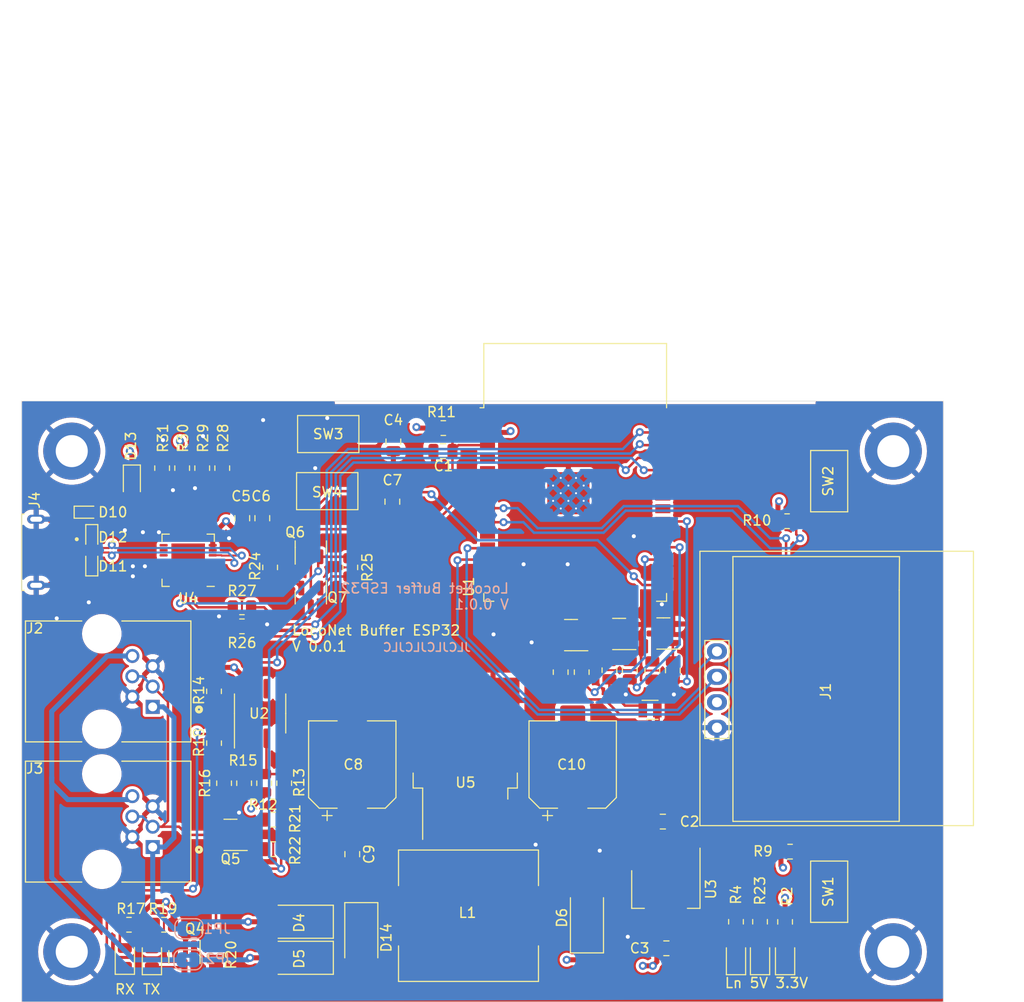
<source format=kicad_pcb>
(kicad_pcb (version 20240108) (generator "pcbnew") (generator_version "8.0")
  (layers (0 "F.Cu" signal) (1 "In1.Cu" signal) (2 "In2.Cu" signal) (31 "B.Cu" signal) (34 "B.Paste" user) (35 "F.Paste" user) (36 "B.SilkS" user "B.Silkscreen") (37 "F.SilkS" user "F.Silkscreen") (38 "B.Mask" user) (39 "F.Mask" user) (44 "Edge.Cuts" user))
  (net 0 "")
  (net 1 "GND")
  (net 2 "+5V")
  (net 3 "+3.3V")
  (net 4 "/LnPower")
  (net 5 "/LocoNet/loconet")
  (net 6 "/LnPower5V")
  (net 7 "/LnRx")
  (net 8 "Net-(D1-A)")
  (net 9 "VBUS")
  (net 10 "/ESP32 Support HW/USB_DP")
  (net 11 "/ESP32 Support HW/USB_DN")
  (net 12 "Net-(D7-A)")
  (net 13 "Net-(D2-RK)")
  (net 14 "Net-(D2-GK)")
  (net 15 "Net-(D2-BK)")
  (net 16 "Net-(D3-A)")
  (net 17 "/ESP32 Support HW/RTS")
  (net 18 "Net-(D8-K)")
  (net 19 "/ESP32 Support HW/DTR")
  (net 20 "/LnTx")
  (net 21 "/ESP32 Support HW/RX")
  (net 22 "/ESP32 Support HW/TX")
  (net 23 "/EN")
  (net 24 "/Io0")
  (net 25 "/TX0")
  (net 26 "/RX0")
  (net 28 "/RSyncAC")
  (net 29 "/RSyncBC")
  (net 30 "Net-(D8-A)")
  (net 31 "Net-(Q4-B)")
  (net 32 "Net-(D9-A)")
  (net 33 "Net-(D14-K)")
  (net 34 "/LocoNet/RSyncA")
  (net 35 "/LocoNet/RSyncB")
  (net 36 "Net-(Q1-G)")
  (net 37 "Net-(Q1-D)")
  (net 38 "Net-(Q2-G)")
  (net 39 "Net-(Q2-D)")
  (net 40 "Net-(Q3-G)")
  (net 41 "Net-(Q3-D)")
  (net 42 "Net-(Q5-B)")
  (net 43 "Net-(Q5-E)")
  (net 44 "Net-(Q6-B)")
  (net 45 "Net-(Q7-B)")
  (net 46 "/LedB")
  (net 47 "/LedG")
  (net 48 "/LedR")
  (net 49 "/btnLb2")
  (net 50 "/btnLb")
  (net 51 "Net-(U2--)")
  (net 52 "Net-(U2-+)")
  (net 53 "Net-(U4-VBUS)")
  (net 54 "Net-(U4-~{RST})")
  (net 55 "Net-(U4-~{SUSPEND})")
  (net 61 "/SDA")
  (net 62 "/SCL")
  (footprint "LED_SMD:LED_0805_2012Metric" (layer "F.Cu") (at 109.9 110.9 90)
    (property "Reference" "D1" (hide yes))
    (property "Value" "LED")
  )
  (footprint "LocoNetInterface:AMPHENOL_RJE0166001" (layer "F.Cu") (at 41.7 83.3 -90)
    (property "Reference" "J2")
    (property "Value" "RJ12")
  )
  (footprint "LocoNetInterface:AMPHENOL_RJE0166001" (layer "F.Cu") (at 41.7 97.3 -90)
    (property "Reference" "J3")
    (property "Value" "RJ12")
  )
  (footprint "Resistor_SMD:R_0805_2012Metric" (layer "F.Cu") (at 87.5 82.375 -90)
    (property "Reference" "R1" (hide yes))
    (property "Value" "470")
  )
  (footprint "Resistor_SMD:R_0805_2012Metric" (layer "F.Cu") (at 109.9 107.3125 90)
    (property "Reference" "R2")
    (property "Value" "470")
  )
  (footprint "Resistor_SMD:R_0805_2012Metric" (layer "F.Cu") (at 92.368 82.1755 -90)
    (property "Reference" "R3" (hide yes))
    (property "Value" "470")
  )
  (footprint "Resistor_SMD:R_0805_2012Metric" (layer "F.Cu") (at 105 107.3 90)
    (property "Reference" "R4")
    (property "Value" "470")
  )
  (footprint "Resistor_SMD:R_0805_2012Metric" (layer "F.Cu") (at 96.65 82.2125 -90)
    (property "Reference" "R5" (hide yes))
    (property "Value" "470")
  )
  (footprint "Resistor_SMD:R_0805_2012Metric" (layer "F.Cu") (at 98.7 82.2125 90)
    (property "Reference" "R6" (hide yes))
    (property "Value" "1K")
  )
  (footprint "Resistor_SMD:R_0805_2012Metric" (layer "F.Cu") (at 94.4 82.175 90)
    (property "Reference" "R7" (hide yes))
    (property "Value" "1K")
  )
  (footprint "Resistor_SMD:R_0805_2012Metric" (layer "F.Cu") (at 89.6 82.375 90)
    (property "Reference" "R8" (hide yes))
    (property "Value" "1K")
  )
  (footprint "Resistor_SMD:R_0805_2012Metric" (layer "F.Cu") (at 110.4 100.3)
    (property "Reference" "R9")
    (property "Value" "10K (5%)")
  )
  (footprint "Resistor_SMD:R_0805_2012Metric" (layer "F.Cu") (at 110.1 67.3)
    (property "Reference" "R10")
    (property "Value" "10K (5%)")
  )
  (footprint "Resistor_SMD:R_0805_2012Metric" (layer "F.Cu") (at 75.7875 58)
    (property "Reference" "R11")
    (property "Value" "10K (5%)")
  )
  (footprint "Button_Switch_SMD:SW_SPST_CK_RS282G05A3" (layer "F.Cu") (at 114.3 104.3 90)
    (property "Reference" "SW1")
    (property "Value" "SW_Push")
  )
  (footprint "RF_Module:ESP32-WROOM-32" (layer "F.Cu") (at 88.95 65.415)
    (property "Reference" "U1")
    (property "Value" "ESP32-WROOM-32")
  )
  (footprint "MountingHole:MountingHole_3.2mm_M3_ISO7380_Pad" (layer "F.Cu") (at 38.7 60.3)
    (property "Reference" "H1" (hide yes))
    (property "Value" "MountingHole_Pad")
  )
  (footprint "MountingHole:MountingHole_3.2mm_M3_ISO7380_Pad" (layer "F.Cu") (at 38.7 110.3)
    (property "Reference" "H2" (hide yes))
    (property "Value" "MountingHole_Pad")
  )
  (footprint "MountingHole:MountingHole_3.2mm_M3_ISO7380_Pad" (layer "F.Cu") (at 120.7 110.3)
    (property "Reference" "H3" (hide yes))
    (property "Value" "MountingHole_Pad")
  )
  (footprint "MountingHole:MountingHole_3.2mm_M3_ISO7380_Pad" (layer "F.Cu") (at 120.7 60.3)
    (property "Reference" "H4" (hide yes))
    (property "Value" "MountingHole_Pad")
  )
  (footprint "LED_SMD:LED_LiteOn_LTST-C19HE1WT" (layer "F.Cu") (at 96.425 86.1375 90)
    (property "Reference" "D2" (hide yes))
    (property "Value" "LTST-C19HE1WT")
  )
  (footprint "Package_TO_SOT_SMD:SOT-23" (layer "F.Cu") (at 88.5375 78.675 180)
    (property "Reference" "Q1" (hide yes))
    (property "Value" "2N7002")
  )
  (footprint "Package_TO_SOT_SMD:SOT-23" (layer "F.Cu") (at 93.3375 78.5625 180)
    (property "Reference" "Q2" (hide yes))
    (property "Value" "2N7002")
  )
  (footprint "Package_TO_SOT_SMD:SOT-223-3_TabPin2" (layer "F.Cu") (at 98 104.05 -90)
    (property "Reference" "U3")
    (property "Value" "AMS1117-3.3")
  )
  (footprint "Diode_SMD:D_SMA" (layer "F.Cu") (at 67.6 108.9 -90)
    (property "Reference" "D14")
    (property "Value" "B330A")
  )
  (footprint "Resistor_SMD:R_0805_2012Metric" (layer "F.Cu") (at 57.904 93.4645 90)
    (property "Reference" "R12")
    (property "Value" "10K (5%)")
  )
  (footprint "Capacitor_SMD:C_0805_2012Metric" (layer "F.Cu") (at 75.75 60.3 180)
    (property "Reference" "C1")
    (property "Value" "0.1uF/50V(10%)")
  )
  (footprint "Resistor_SMD:R_0805_2012Metric" (layer "F.Cu") (at 59.904 93.4645 -90)
    (property "Reference" "R13")
    (property "Value" "22K")
  )
  (footprint "Inductor_SMD:L_Sunlord_MWSA1206S-101" (layer "F.Cu") (at 78.3 106.7)
    (property "Reference" "L1")
    (property "Value" "100uH")
  )
  (footprint "Package_TO_SOT_SMD:SOT-23" (layer "F.Cu") (at 49.95 110.8375 -90)
    (property "Reference" "Q4")
    (property "Value" "SS8050")
  )
  (footprint "Resistor_SMD:R_0805_2012Metric" (layer "F.Cu") (at 49.72 62 -90)
    (property "Reference" "R30")
    (property "Value" "2K 5%")
  )
  (footprint "Capacitor_SMD:C_0805_2012Metric" (layer "F.Cu") (at 55.72 67 -90)
    (property "Reference" "C5")
    (property "Value" "0.1uF/50V(10%)")
  )
  (footprint "Resistor_SMD:R_0805_2012Metric" (layer "F.Cu") (at 55.904 93.4645 90)
    (property "Reference" "R15")
    (property "Value" "47K")
  )
  (footprint "Resistor_SMD:R_0805_2012Metric" (layer "F.Cu") (at 44.4125 107.6)
    (property "Reference" "R17")
    (property "Value" "470")
  )
  (footprint "Button_Switch_SMD:SW_SPST_CK_RS282G05A3" (layer "F.Cu") (at 64.2 64.3)
    (property "Reference" "SW4")
    (property "Value" "SW_Push")
  )
  (footprint "Resistor_SMD:R_0805_2012Metric" (layer "F.Cu") (at 53.1 110.7 -90)
    (property "Reference" "R20")
    (property "Value" "4.7K")
  )
  (footprint "Capacitor_SMD:C_0805_2012Metric" (layer "F.Cu") (at 97.7 97.3)
    (property "Reference" "C2")
    (property "Value" "22uf/10V/20%")
  )
  (footprint "Button_Switch_SMD:SW_SPST_CK_RS282G05A3" (layer "F.Cu") (at 64.3 58.6)
    (property "Reference" "SW3")
    (property "Value" "SW_Push")
  )
  (footprint "Resistor_SMD:R_0805_2012Metric" (layer "F.Cu") (at 58.8125 97.1 180)
    (property "Reference" "R21")
    (property "Value" "47")
  )
  (footprint "Resistor_SMD:R_0805_2012Metric" (layer "F.Cu") (at 66.5 71.9125 90)
    (property "Reference" "R25")
    (property "Value" "10K (5%)")
  )
  (footprint "Diode_SMD:D_SOD-523" (layer "F.Cu") (at 40.2 66.4)
    (property "Reference" "D10")
    (property "Value" "LESD5D5.0CT1G")
  )
  (footprint "Package_DFN_QFN:QFN-28-1EP_5x5mm_P0.5mm_EP3.35x3.35mm" (layer "F.Cu") (at 50.32 71.2 180)
    (property "Reference" "U4")
    (property "Value" "CP2102N-A01-GQFN28")
  )
  (footprint "Resistor_SMD:R_0805_2012Metric" (layer "F.Cu") (at 52.9 84.2875 90)
    (property "Reference" "R14")
    (property "Value" "1K")
  )
  (footprint "Diode_SMD:D_SOD-523" (layer "F.Cu") (at 40.7 68.9 -90)
    (property "Reference" "D12")
    (property "Value" "LESD5D5.0CT1G")
  )
  (footprint "Resistor_SMD:R_0805_2012Metric" (layer "F.Cu") (at 52.904 89.4645 -90)
    (property "Reference" "R18")
    (property "Value" "220K")
  )
  (footprint "Package_TO_SOT_SMD:SOT-23" (layer "F.Cu") (at 97.75 78.5125 180)
    (property "Reference" "Q3" (hide yes))
    (property "Value" "2N7002")
  )
  (footprint "LocoNetInterface:AMPHENOL_10118193-0001LF" (layer "F.Cu") (at 35.15 70.4 -90)
    (property "Reference" "J4")
    (property "Value" "10118193-0001LF")
  )
  (footprint "LED_SMD:LED_0805_2012Metric" (layer "F.Cu") (at 107.4 110.9 90)
    (property "Reference" "D9" (hide yes))
    (property "Value" "LED")
  )
  (footprint "Package_SO:SOIC-8_3.9x4.9mm_P1.27mm" (layer "F.Cu") (at 57.5 86.5 90)
    (property "Reference" "U2")
    (property "Value" "LM311")
  )
  (footprint "Resistor_SMD:R_0805_2012Metric" (layer "F.Cu") (at 58.8125 100.05 180)
    (property "Reference" "R22")
    (property "Value" "4.7K")
  )
  (footprint "LocoNetInterface:128x64OLED" (layer "F.Cu") (at 113.7 84.3 90)
    (property "Reference" "J1")
    (property "Value" "SD1306 I2C/Oled")
  )
  (footprint "Resistor_SMD:R_0805_2012Metric" (layer "F.Cu") (at 47.72 62 -90)
    (property "Reference" "R31")
    (property "Value" "10K (5%)")
  )
  (footprint "LED_SMD:LED_0805_2012Metric" (layer "F.Cu") (at 105 110.9 90)
    (property "Reference" "D3" (hide yes))
    (property "Value" "LED")
  )
  (footprint "Capacitor_SMD:CP_Elec_8x10.5" (layer "F.Cu") (at 88.7 91.6 90)
    (property "Reference" "C10")
    (property "Value" "220uf")
  )
  (footprint "LED_SMD:LED_0805_2012Metric" (layer "F.Cu") (at 46.7 110.9 90)
    (property "Reference" "D8" (hide yes))
    (property "Value" "LED")
  )
  (footprint "Resistor_SMD:R_0805_2012Metric" (layer "F.Cu") (at 51.72 62 -90)
    (property "Reference" "R29")
    (property "Value" "47K5 (5%)")
  )
  (footprint "Resistor_SMD:R_0805_2012Metric" (layer "F.Cu") (at 47.9 107.6)
    (property "Reference" "R19")
    (property "Value" "470")
  )
  (footprint "Capacitor_SMD:C_0805_2012Metric" (layer "F.Cu") (at 66.7 100.55 -90)
    (property "Reference" "C9")
    (property "Value" "100nf")
  )
  (footprint "Capacitor_SMD:C_0805_2012Metric" (layer "F.Cu") (at 70.8 59.35 90)
    (property "Reference" "C4")
    (property "Value" "0.1uF/50V(10%)")
  )
  (footprint "Resistor_SMD:R_0805_2012Metric" (layer "F.Cu") (at 53.904 93.4645 -90)
    (property "Reference" "R16")
    (property "Value" "150K")
  )
  (footprint "Capacitor_SMD:C_0805_2012Metric" (layer "F.Cu") (at 57.72 67 -90)
    (property "Reference" "C6")
    (property "Value" "4.7uF/6.3V(10%)")
  )
  (footprint "Capacitor_SMD:CP_Elec_8x10.5" (layer "F.Cu") (at 66.7 91.6 90)
    (property "Reference" "C8")
    (property "Value" "220uF")
  )
  (footprint "Diode_SMD:D_SMA" (layer "F.Cu") (at 61.3 110.9 180)
    (property "Reference" "D5")
    (property "Value" "SS24A")
  )
  (footprint "Resistor_SMD:R_0805_2012Metric" (layer "F.Cu") (at 55.6875 77.8 180)
    (property "Reference" "R26")
    (property "Value" "0 (5%)")
  )
  (footprint "Package_TO_SOT_SMD:TO-263-5_TabPin3" (layer "F.Cu") (at 77.975 89.125 90)
    (property "Reference" "U5")
    (property "Value" "LM2576S-5")
  )
  (footprint "Package_TO_SOT_SMD:SOT-23" (layer "F.Cu") (at 62.5625 74.9125 -90)
    (property "Reference" "Q7")
    (property "Value" "SS8050")
  )
  (footprint "Package_TO_SOT_SMD:SOT-23" (layer "F.Cu") (at 62.5625 69.9125 90)
    (property "Reference" "Q6")
    (property "Value" "SS8050")
  )
  (footprint "Button_Switch_SMD:SW_SPST_CK_RS282G05A3" (layer "F.Cu") (at 114.3 63.3 -90)
    (property "Reference" "SW2")
    (property "Value" "SW_Push")
  )
  (footprint "Resistor_SMD:R_0805_2012Metric" (layer "F.Cu") (at 58.5 71.9125 -90)
    (property "Reference" "R24")
    (property "Value" "10K (5%)")
  )
  (footprint "Resistor_SMD:R_0805_2012Metric" (layer "F.Cu") (at 107.4 107.3 -90)
    (property "Reference" "R23")
    (property "Value" "2K 5%")
  )
  (footprint "Diode_SMD:D_SMA" (layer "F.Cu") (at 90.125 106.9 90)
    (property "Reference" "D6")
    (property "Value" "SS24A")
  )
  (footprint "LED_SMD:LED_0805_2012Metric" (layer "F.Cu") (at 44 110.8625 90)
    (property "Reference" "D7" (hide yes))
    (property "Value" "LED")
  )
  (footprint "Package_TO_SOT_SMD:SOT-23" (layer "F.Cu") (at 54.5425 98.625 180)
    (property "Reference" "Q5")
    (property "Value" "SS8050")
  )
  (footprint "Capacitor_SMD:C_0805_2012Metric" (layer "F.Cu") (at 70.7 65.35 90)
    (property "Reference" "C7")
    (property "Value" "0.1uF/50V(10%)")
  )
  (footprint "Resistor_SMD:R_0805_2012Metric" (layer "F.Cu") (at 53.72 62 90)
    (property "Reference" "R28")
    (property "Value" "22K1 (5%)")
  )
  (footprint "Diode_SMD:D_SOD-523" (layer "F.Cu") (at 40.7 71.5 90)
    (property "Reference" "D11")
    (property "Value" "LESD5D5.0CT1G")
  )
  (footprint "Capacitor_SMD:C_0805_2012Metric" (layer "F.Cu") (at 98.05 109.95)
    (property "Reference" "C3")
    (property "Value" "22uf/10V/20%")
  )
  (footprint "Diode_SMD:D_SMA" (layer "F.Cu") (at 61.3 107.3 180)
    (property "Reference" "D4")
    (property "Value" "SS24A")
  )
  (footprint "Diode_SMD:D_SOD-323" (layer "F.Cu") (at 44.7 63.3 -90)
    (property "Reference" "D13")
    (property "Value" "BAT760-7")
  )
  (footprint "Resistor_SMD:R_0805_2012Metric" (layer "F.Cu") (at 55.6875 75.9)
    (property "Reference" "R27")
    (property "Value" "0 (5%)")
  )
  (footprint "Jumper:SolderJumper-2_P1.3mm_Bridged2Bar_RoundedPad1.0x1.5mm" (layer "B.Cu") (at 50.4 108 180)
    (property "Reference" "JP1")
    (property "Value" "SolderJumper_2_Bridged")
  )
  (footprint "Jumper:SolderJumper-2_P1.3mm_Bridged2Bar_RoundedPad1.0x1.5mm" (layer "B.Cu") (at 50.3 111.1 180)
    (property "Reference" "JP2")
    (property "Value" "SolderJumper_2_Bridged")
  )
  (gr_line (start 33.7 55.3) (end 33.7 115.3) (stroke (width 0.05)) (layer "Edge.Cuts"))
  (gr_line (start 125.7 115.3) (end 125.7 55.3) (stroke (width 0.05)) (layer "Edge.Cuts"))
  (gr_line (start 33.7 115.3) (end 125.7 115.3) (stroke (width 0.05)) (layer "Edge.Cuts"))
  (gr_line (start 125.7 55.3) (end 33.7 55.3) (stroke (width 0.05)) (layer "Edge.Cuts"))
  (gr_text "LocoNet Buffer ESP32\nV 0.0.1" (at 82.423 76.2 0) (layer "B.SilkS") (effects (font (size 1 1)) (justify left bottom mirror)))
  (gr_text "JLCJLCJLCJLC" (at 78.613 80.391 0) (layer "B.SilkS") (effects (font (size 0.85 0.85)) (justify left bottom mirror)))
  (gr_text "RX" (at 44.004 114.045 0) (layer "F.SilkS") (effects (font (size 1 1))))
  (gr_text "LocoNet Buffer ESP32\nV 0.0.1" (at 60.6 80.4 0) (layer "F.SilkS") (effects (font (size 1 1)) (justify left bottom)))
  (gr_text "TX" (at 46.671 114.045 0) (layer "F.SilkS") (effects (font (size 1 1))))
  (gr_text "Ln 5V 3.3V" (at 103.8 114 0) (layer "F.SilkS") (effects (font (size 1 1)) (justify left bottom)))
  (segment (start 51.7 71.7) (end 52.77 71.7) (width 0.25) (layer "F.Cu") (net 1))
  (segment (start 52.77 71.7) (end 53.9 71.7) (width 0.25) (layer "F.Cu") (net 1))
  (segment (start 50.32 71.2) (end 51.2 71.2) (width 0.25) (layer "F.Cu") (net 1))
  (segment (start 53.9 71.7) (end 54.4 72.2) (width 0.25) (layer "F.Cu") (net 1))
  (segment (start 51.2 71.2) (end 51.7 71.7) (width 0.25) (layer "F.Cu") (net 1))
  (via (at 54.4 69) (size 0.8) (drill 0.4) (layers "F.Cu" "B.Cu") (net 1))
  (via (at 47.4 68.4) (size 0.8) (drill 0.4) (layers "F.Cu" "B.Cu") (net 1))
  (via (at 48.8 64.2) (size 0.8) (drill 0.4) (layers "F.Cu" "B.Cu") (net 1))
  (via (at 58.2 77.6) (size 0.8) (drill 0.4) (layers "F.Cu" "B.Cu") (net 1))
  (via (at 64.2 57) (size 0.8) (drill 0.4) (layers "F.Cu" "B.Cu") (net 1))
  (via (at 63 62) (size 0.8) (drill 0.4) (layers "F.Cu" "B.Cu") (net 1))
  (via (at 57.8 57.2) (size 0.8) (drill 0.4) (layers "F.Cu" "B.Cu") (net 1))
  (via (at 46 71.8) (size 0.8) (drill 0.4) (layers "F.Cu" "B.Cu") (net 1))
  (via (at 44 68.2) (size 0.8) (drill 0.4) (layers "F.Cu" "B.Cu") (net 1))
  (via (at 85 99.6) (size 0.8) (drill 0.4) (layers "F.Cu" "B.Cu") (net 1))
  (via (at 47.8 59.2) (size 0.8) (drill 0.4) (layers "F.Cu" "B.Cu") (net 1))
  (via (at 51.8 58.8) (size 0.8) (drill 0.4) (layers "F.Cu" "B.Cu") (net 1))
  (via (at 53.4 76.8) (size 0.8) (drill 0.4) (layers "F.Cu" "B.Cu") (net 1))
  (via (at 40.4 75.4) (size 0.8) (drill 0.4) (layers "F.Cu" "B.Cu") (net 1))
  (via (at 51 64) (size 0.8) (drill 0.4) (layers "F.Cu" "B.Cu") (net 1))
  (via (at 44.8 72.8) (size 0.8) (drill 0.4) (layers "F.Cu" "B.Cu") (net 1))
  (via (at 97.6 75.6) (size 0.8) (drill 0.4) (layers "F.Cu" "B.Cu") (net 1))
  (via (at 37.2 77) (size 0.8) (drill 0.4) (layers "F.Cu" "B.Cu") (net 1))
  (via (at 98.8 84.6) (size 0.8) (drill 0.4) (layers "F.Cu" "B.Cu") (net 1))
  (via (at 44.8 71.8) (size 0.8) (drill 0.4) (layers "F.Cu" "B.Cu") (net 1))
  (via (at 94 84.6) (size 0.8) (drill 0.4) (layers "F.Cu" "B.Cu") (net 1))
  (via (at 83.8 71.6) (size 0.8) (drill 0.4) (layers "F.Cu" "B.Cu") (net 1))
  (via (at 80.8 78.6) (size 0.8) (drill 0.4) (layers "F.Cu" "B.Cu") (net 1))
  (via (at 94.8 68.8) (size 0.8) (drill 0.4) (layers "F.Cu" "B.Cu") (net 1))
  (via (at 88.2 71.6) (size 0.8) (drill 0.4) (layers "F.Cu" "B.Cu") (net 1))
  (via (at 55.4 96.4) (size 0.8) (drill 0.4) (layers "F.Cu" "B.Cu") (net 1))
  (via (at 45.8 68.4) (size 0.8) (drill 0.4) (layers "F.Cu" "B.Cu") (net 1))
  (via (at 91.4 100.2) (size 0.8) (drill 0.4) (layers "F.Cu" "B.Cu") (net 1))
  (via (at 84.6 79.4) (size 0.8) (drill 0.4) (layers "F.Cu" "B.Cu") (net 1))
  (via (at 94.2 108.8) (size 0.8) (drill 0.4) (layers "F.Cu" "B.Cu") (net 1))
  (segment (start 96.75 97.3) (end 98.525 95.525) (width 0.5) (layer "F.Cu") (net 2))
  (segment (start 103.3 99.5) (end 107.4 103.6) (width 0.5) (layer "F.Cu") (net 2))
  (segment (start 98.525 93.525) (end 100.3 95.3) (width 0.5) (layer "F.Cu") (net 2))
  (segment (start 96.75 99.85) (end 95.7 100.9) (width 0.5) (layer "F.Cu") (net 2))
  (segment (start 90.125 108.9) (end 93.5 105.525) (width 0.5) (layer "F.Cu") (net 2))
  (segment (start 98.525 95.525) (end 98.75 95.3) (width 0.5) (layer "F.Cu") (net 2))
  (segment (start 89.9 111.1) (end 90.1 111.3) (width 0.5) (layer "F.Cu") (net 2))
  (segment (start 44.7 60.5) (end 44.5 60.3) (width 0.5) (layer "F.Cu") (net 2))
  (segment (start 93.5 103.1) (end 95.7 100.9) (width 0.5) (layer "F.Cu") (net 2))
  (segment (start 103.3 96.3) (end 103.3 99.5) (width 0.5) (layer "F.Cu") (net 2))
  (segment (start 97.15 92.15) (end 98.525 93.525) (width 0.5) (layer "F.Cu") (net 2))
  (segment (start 100.3 95.3) (end 100.5 95.3) (width 0.5) (layer "F.Cu") (net 2))
  (segment (start 44.7 62.25) (end 44.7 60.5) (width 0.5) (layer "F.Cu") (net 2))
  (segment (start 96.75 97.3) (end 96.75 99.85) (width 0.5) (layer "F.Cu") (net 2))
  (segment (start 107.4 103.6) (end 107.4 106.3875) (width 0.5) (layer "F.Cu") (net 2))
  (segment (start 93.5 105.525) (end 93.5 103.1) (width 0.5) (layer "F.Cu") (net 2))
  (segment (start 100.5 95.3) (end 102.3 95.3) (width 0.5) (layer "F.Cu") (net 2))
  (segment (start 102.3 95.3) (end 103.3 96.3) (width 0.5) (layer "F.Cu") (net 2))
  (segment (start 90.1 111.3) (end 90.125 111.275) (width 0.5) (layer "F.Cu") (net 2))
  (segment (start 90.125 111.275) (end 90.125 108.9) (width 0.5) (layer "F.Cu") (net 2))
  (segment (start 88.1 111.1) (end 89.9 111.1) (width 0.5) (layer "F.Cu") (net 2))
  (segment (start 97.15 86.5625) (end 97.15 92.15) (width 0.5) (layer "F.Cu") (net 2))
  (segment (start 98.75 95.3) (end 100.5 95.3) (width 0.5) (layer "F.Cu") (net 2))
  (via (at 44.5 60.3) (size 0.8) (drill 0.4) (layers "F.Cu" "B.Cu") (net 2))
  (via (at 88.1 111.1) (size 0.8) (drill 0.4) (layers "F.Cu" "B.Cu") (net 2))
  (segment (start 97.1 109.95) (end 97.1 111.3) (width 0.5) (layer "F.Cu") (net 3))
  (segment (start 109.1875 65.4125) (end 109.3 65.3) (width 0.5) (layer "F.Cu") (net 3))
  (segment (start 54.75 67.95) (end 54.1 67.3) (width 0.5) (layer "F.Cu") (net 3))
  (segment (start 52.77 69.7) (end 52.77 68.63) (width 0.5) (layer "F.Cu") (net 3))
  (segment (start 109.1875 67.3) (end 109.1875 65.4125) (width 0.5) (layer "F.Cu") (net 3))
  (segment (start 82.365 58.435) (end 82.5 58.3) (width 0.5) (layer "F.Cu") (net 3))
  (segment (start 80.2 58.435) (end 82.365 58.435) (width 0.5) (layer "F.Cu") (net 3))
  (segment (start 49.72 61.0875) (end 49.72 59.52) (width 0.5) (layer "F.Cu") (net 3))
  (segment (start 55.595 84.025) (end 55.595 82.595) (width 0.5) (layer "F.Cu") (net 3))
  (segment (start 57.904 94.377) (end 57.904 94.696) (width 0.5) (layer "F.Cu") (net 3))
  (segment (start 48.8125 107.6) (end 48.8125 106.0125) (width 0.5) (layer "F.Cu") (net 3))
  (segment (start 49.72 59.52) (end 49.5 59.3) (width 0.5) (layer "F.Cu") (net 3))
  (segment (start 57.904 94.696) (end 56.6 96) (width 0.5) (layer "F.Cu") (net 3))
  (segment (start 55.595 82.595) (end 54.9 81.9) (width 0.5) (layer "F.Cu") (net 3))
  (segment (start 52.9 82.5) (end 53.5 81.9) (width 0.5) (layer "F.Cu") (net 3))
  (segment (start 109.9 106.4) (end 109.9 104.9) (width 0.5) (layer "F.Cu") (net 3))
  (segment (start 109.4875 101.6875) (end 109.7 101.9) (width 0.5) (layer "F.Cu") (net 3))
  (segment (start 52.77 68.63) (end 54.1 67.3) (width 0.5) (layer "F.Cu") (net 3))
  (segment (start 109.4875 100.3) (end 109.4875 101.6875) (width 0.5) (layer "F.Cu") (net 3))
  (segment (start 48.8125 106.0125) (end 48.1 105.3) (width 0.5) (layer "F.Cu") (net 3))
  (segment (start 52.77 69.7) (end 52.77 70.075) (width 0.5) (layer "F.Cu") (net 3))
  (segment (start 73.2 58) (end 73.1 57.9) (width 0.5) (layer "F.Cu") (net 3))
  (segment (start 46.925 105.3) (end 48.1 105.3) (width 0.5) (layer "F.Cu") (net 3))
  (segment (start 45.325 107.6) (end 45.325 106.9) (width 0.5) (layer "F.Cu") (net 3))
  (segment (start 96.7 111.7) (end 95.7 111.7) (width 0.5) (layer "F.Cu") (net 3))
  (segment (start 55.72 67.95) (end 57.72 67.95) (width 0.5) (layer "F.Cu") (net 3))
  (segment (start 53.5 81.9) (end 54.9 81.9) (width 0.5) (layer "F.Cu") (net 3))
  (segment (start 74.875 58) (end 73.2 58) (width 0.5) (layer "F.Cu") (net 3))
  (segment (start 97.1 111.3) (end 96.7 111.7) (width 0.5) (layer "F.Cu") (net 3))
  (segment (start 52.9 83.375) (end 52.9 82.5) (width 0.5) (layer "F.Cu") (net 3))
  (segment (start 98 107.2) (end 98 100.9) (width 0.5) (layer "F.Cu") (net 3))
  (segment (start 55.72 67.95) (end 54.75 67.95) (width 0.5) (layer "F.Cu") (net 3))
  (segment (start 45.325 106.9) (end 46.925 105.3) (width 0.5) (layer "F.Cu") (net 3))
  (segment (start 97.1 109.95) (end 97.1 108.1) (width 0.5) (layer "F.Cu") (net 3))
  (segment (start 97.1 108.1) (end 98 107.2) (width 0.5) (layer "F.Cu") (net 3))
  (via (at 82.5 58.3) (size 0.8) (drill 0.4) (layers "F.Cu" "B.Cu") (net 3))
  (via (at 73.1 57.9) (size 0.8) (drill 0.4) (layers "F.Cu" "B.Cu") (net 3))
  (via (at 95.7 111.7) (size 0.8) (drill 0.4) (layers "F.Cu" "B.Cu") (net 3))
  (via (at 109.9 104.9) (size 0.8) (drill 0.4) (layers "F.Cu" "B.Cu") (net 3))
  (via (at 96.7 111.7) (size 0.8) (drill 0.4) (layers "F.Cu" "B.Cu") (net 3))
  (via (at 109.7 101.9) (size 0.8) (drill 0.4) (layers "F.Cu" "B.Cu") (net 3))
  (via (at 48.1 105.3) (size 0.8) (drill 0.4) (layers "F.Cu" "B.Cu") (net 3))
  (via (at 54.1 67.3) (size 0.8) (drill 0.4) (layers "F.Cu" "B.Cu") (net 3))
  (via (at 54.9 81.9) (size 0.8) (drill 0.4) (layers "F.Cu" "B.Cu") (net 3))
  (via (at 49.5 59.3) (size 0.8) (drill 0.4) (layers "F.Cu" "B.Cu") (net 3))
  (via (at 56.6 96) (size 0.8) (drill 0.4) (layers "F.Cu" "B.Cu") (net 3))
  (via (at 109.3 65.3) (size 0.8) (drill 0.4) (layers "F.Cu" "B.Cu") (net 3))
  (segment (start 64.6 99.6) (end 66.7 99.6) (width 0.5) (layer "F.Cu") (net 4))
  (segment (start 63.3 110.9) (end 63.3 107.3) (width 0.5) (layer "F.Cu") (net 4))
  (segment (start 66.7 99.6) (end 66.7 95.3) (width 0.5) (layer "F.Cu") (net 4))
  (segment (start 66.7 95.3) (end 68.175 96.775) (width 0.5) (layer "F.Cu") (net 4))
  (segment (start 68.175 96.775) (end 74.575 96.775) (width 0.5) (layer "F.Cu") (net 4))
  (segment (start 63.3 107.3) (end 63.3 100.9) (width 0.5) (layer "F.Cu") (net 4))
  (segment (start 63.3 100.9) (end 64.6 99.6) (width 0.5) (layer "F.Cu") (net 4))
  (segment (start 53.605 98.625) (end 50.225 98.625) (width 0.25) (layer "F.Cu") (net 5))
  (segment (start 48.3 85.328) (end 46.78 83.808) (width 0.25) (layer "F.Cu") (net 5))
  (segment (start 49.408 97.808) (end 47.7 97.808) (width 0.25) (layer "F.Cu") (net 5))
  (segment (start 48.3 97.208) (end 48.3 85.328) (width 0.25) (layer "F.Cu") (net 5))
  (segment (start 55.904 94.377) (end 54.181 96.1) (width 0.25) (layer "F.Cu") (net 5))
  (segment (start 53.605 96.395) (end 53.605 98.625) (width 0.25) (layer "F.Cu") (net 5))
  (segment (start 47.7 97.808) (end 46.78 97.808) (width 0.25) (layer "F.Cu") (net 5))
  (segment (start 47.7 97.808) (end 48.3 97.208) (width 0.25) (layer "F.Cu") (net 5))
  (segment (start 54.181 96.1) (end 53.9 96.1) (width 0.25) (layer "F.Cu") (net 5))
  (segment (start 50.225 98.625) (end 49.408 97.808) (width 0.25) (layer "F.Cu") (net 5))
  (segment (start 53.9 96.1) (end 53.605 96.395) (width 0.25) (layer "F.Cu") (net 5))
  (segment (start 45.764 96.792) (end 46.78 97.808) (width 0.25) (layer "B.Cu") (net 5))
  (segment (start 44.748 82.792) (end 45.764 82.792) (width 0.25) (layer "B.Cu") (net 5))
  (segment (start 45.764 82.792) (end 46.78 83.808) (width 0.25) (layer "B.Cu") (net 5))
  (segment (start 44.748 96.792) (end 45.764 96.792) (width 0.25) (layer "B.Cu") (net 5))
  (segment (start 83.925 106.7) (end 85.725 104.9) (width 0.5) (layer "F.Cu") (net 6))
  (segment (start 83.925 110.525) (end 83.925 106.7) (width 0.5) (layer "F.Cu") (net 6))
  (segment (start 99.7 113.3) (end 86.7 113.3) (width 0.5) (layer "F.Cu") (net 6))
  (segment (start 79.675 102.45) (end 83.925 106.7) (width 0.5) (layer "F.Cu") (net 6))
  (segment (start 86.7 113.3) (end 83.925 110.525) (width 0.5) (layer "F.Cu") (net 6))
  (segment (start 85.725 104.9) (end 90.125 104.9) (width 0.5) (layer "F.Cu") (net 6))
  (segment (start 79.675 96.775) (end 79.675 102.45) (width 0.5) (layer "F.Cu") (net 6))
  (segment (start 88.7 95.3) (end 88.7 101.925) (width 0.5) (layer "F.Cu") (net 6))
  (segment (start 103.0125 106.3875) (end 102.1 107.3) (width 0.5) (layer "F.Cu") (net 6))
  (segment (start 102.1 107.3) (end 102.1 110.9) (width 0.5) (layer "F.Cu") (net 6))
  (segment (start 88.7 101.925) (end 83.925 106.7) (width 0.5) (layer "F.Cu") (net 6))
  (segment (start 105 106.3875) (end 103.0125 106.3875) (width 0.5) (layer "F.Cu") (net 6))
  (segment (start 102.1 110.9) (end 99.7 113.3) (width 0.5) (layer "F.Cu") (net 6))
  (segment (start 50.6375 104.1625) (end 43.0375 104.1625) (width 0.25) (layer "F.Cu") (net 7))
  (segment (start 51.352 88.552) (end 51.2 88.4) (width 0.25) (layer "F.Cu") (net 7))
  (segment (start 50.8 104) (end 50.6375 104.1625) (width 0.25) (layer "F.Cu") (net 7))
  (segment (start 52.904 85.204) (end 52.9 85.2) (width 0.25) (layer "F.Cu") (net 7))
  (segment (start 52.904 86.9) (end 53.504 86.3) (width 0.25) (layer "F.Cu") (net 7))
  (segment (start 42.2 105) (end 42.2 111.4) (width 0.25) (layer "F.Cu") (net 7))
  (segment (start 97.7 59.705) (end 95.505 59.705) (width 0.25) (layer "F.Cu") (net 7))
  (segment (start 52.904 88.552) (end 51.352 88.552) (width 0.25) (layer "F.Cu") (net 7))
  (segment (start 57.4 81.4) (end 56.865 81.935) (width 0.25) (layer "F.Cu") (net 7))
  (segment (start 56.865 85.665) (end 56.865 84.025) (width 0.25) (layer "F.Cu") (net 7))
  (segment (start 43.0375 104.1625) (end 42.2 105) (width 0.25) (layer "F.Cu") (net 7))
  (segment (start 52.904 86.9) (end 52.904 85.204) (width 0.25) (layer "F.Cu") (net 7))
  (segment (start 56.865 81.935) (end 56.865 84.025) (width 0.25) (layer "F.Cu") (net 7))
  (segment (start 42.2 111.4) (end 42.6 111.8) (width 0.25) (layer "F.Cu") (net 7))
  (segment (start 53.504 86.3) (end 56.23 86.3) (width 0.25) (layer "F.Cu") (net 7))
  (segment (start 52.904 88.552) (end 52.904 86.9) (width 0.25) (layer "F.Cu") (net 7))
  (segment (start 42.6 111.8) (end 44 111.8) (width 0.25) (layer "F.Cu") (net 7))
  (segment (start 56.23 86.3) (end 56.865 85.665) (width 0.25) (layer "F.Cu") (net 7))
  (segment (start 95.505 59.705) (end 95.4 59.6) (width 0.25) (layer "F.Cu") (net 7))
  (segment (start 59.2 81.4) (end 57.4 81.4) (width 0.25) (layer "F.Cu") (net 7))
  (via (at 50.8 104) (size 0.8) (drill 0.4) (layers "F.Cu" "B.Cu") (net 7))
  (via (at 51.2 88.4) (size 0.8) (drill 0.4) (layers "F.Cu" "B.Cu") (net 7))
  (via (at 95.4 59.6) (size 0.8) (drill 0.4) (layers "F.Cu" "B.Cu") (net 7))
  (via (at 59.2 81.4) (size 0.8) (drill 0.4) (layers "F.Cu" "B.Cu") (net 7))
  (segment (start 66.45523 60.54477) (end 64.6 62.4) (width 0.25) (layer "B.Cu") (net 7))
  (segment (start 51.2 88.4) (end 51.2 103.6) (width 0.25) (layer "B.Cu") (net 7))
  (segment (start 95.4 59.6) (end 94.45523 60.54477) (width 0.25) (layer "B.Cu") (net 7))
  (segment (start 64.6 62.4) (end 64.6 74.636396) (width 0.25) (layer "B.Cu") (net 7))
  (segment (start 64.6 74.636396) (end 59.2 80.036396) (width 0.25) (layer "B.Cu") (net 7))
  (segment (start 94.45523 60.54477) (end 66.45523 60.54477) (width 0.25) (layer "B.Cu") (net 7))
  (segment (start 59.2 80.036396) (end 59.2 81.4) (width 0.25) (layer "B.Cu") (net 7))
  (segment (start 51.2 103.6) (end 50.8 104) (width 0.25) (layer "B.Cu") (net 7))
  (segment (start 109.9 108.225) (end 109.9 109.9625) (width 0.25) (layer "F.Cu") (net 8))
  (segment (start 53.72 61.0875) (end 53.72 58.34) (width 0.5) (layer "F.Cu") (net 9))
  (segment (start 38.25 69.05) (end 37.875 69.05) (width 0.5) (layer "F.Cu") (net 9))
  (segment (start 53.72 58.34) (end 52.68 57.3) (width 0.5) (layer "F.Cu") (net 9))
  (segment (start 43.7 57.3) (end 42.7 58.3) (width 0.5) (layer "F.Cu") (net 9))
  (segment (start 40.9 66.4) (end 38.25 69.05) (width 0.5) (layer "F.Cu") (net 9))
  (segment (start 40.9 66.4) (end 42.65 66.4) (width 0.5) (layer "F.Cu") (net 9))
  (segment (start 52.68 57.3) (end 43.7 57.3) (width 0.5) (layer "F.Cu") (net 9))
  (segment (start 42.65 66.4) (end 44.7 64.35) (width 0.5) (layer "F.Cu") (net 9))
  (segment (start 42.7 58.3) (end 42.7 64.6) (width 0.5) (layer "F.Cu") (net 9))
  (segment (start 42.7 64.6) (end 40.9 66.4) (width 0.5) (layer "F.Cu") (net 9))
  (segment (start 54.636305 71.178769) (end 53.9 71.178769) (width 0.2) (layer "F.Cu") (net 10))
  (segment (start 52.77 71.2) (end 53.878769 71.2) (width 0.2) (layer "F.Cu") (net 10))
  (segment (start 54.636305 71.178769) (end 54.928768 71.471232) (width 0.2) (layer "F.Cu") (net 10))
  (segment (start 40.7 70.8) (end 41.074999 70.425001) (width 0.2) (layer "F.Cu") (net 10))
  (segment (start 42.400001 70.425001) (end 42.7 70.725) (width 0.2) (layer "F.Cu") (net 10))
  (segment (start 41.074999 70.425001) (end 42.400001 70.425001) (width 0.2) (layer "F.Cu") (net 10))
  (segment (start 38.881343 70.050001) (end 39.950001 70.050001) (width 0.2) (layer "F.Cu") (net 10))
  (segment (start 37.825 70.4) (end 37.975 70.25) (width 0.2) (layer "F.Cu") (net 10))
  (segment (start 38.681344 70.25) (end 38.881343 70.050001) (width 0.2) (layer "F.Cu") (net 10))
  (segment (start 39.950001 70.050001) (end 40.7 70.8) (width 0.2) (layer "F.Cu") (net 10))
  (segment (start 53.878769 71.2) (end 53.9 71.178769) (width 0.2) (layer "F.Cu") (net 10))
  (segment (start 37.975 70.25) (end 38.681344 70.25) (width 0.2) (layer "F.Cu") (net 10))
  (via (at 54.928768 71.471232) (size 0.8) (drill 0.4) (layers "F.Cu" "B.Cu") (net 10))
  (via (at 42.7 70.725) (size 0.8) (drill 0.4) (layers "F.Cu" "B.Cu") (net 10))
  (segment (start 42.7 70.725) (end 42.999999 70.425001) (width 0.2) (layer "B.Cu") (net 10))
  (segment (start 54.928768 71.046967) (end 54.928768 71.471232) (width 0.2) (layer "B.Cu") (net 10))
  (segment (start 42.999999 70.425001) (end 54.306802 70.425001) (width 0.2) (layer "B.Cu") (net 10))
  (segment (start 54.306802 70.425001) (end 54.928768 71.046967) (width 0.2) (layer "B.Cu") (net 10))
  (segment (start 41.074999 69.974999) (end 42.400001 69.974999) (width 0.2) (layer "F.Cu") (net 11))
  (segment (start 37.825 69.75) (end 37.838603 69.75) (width 0.2) (layer "F.Cu") (net 11))
  (segment (start 52.77 70.7) (end 53.630512 70.7) (width 0.2) (layer "F.Cu") (net 11))
  (segment (start 37.938603 69.65) (end 38.644976 69.65) (width 0.2) (layer "F.Cu") (net 11))
  (segment (start 38.694976 69.6) (end 40.7 69.6) (width 0.2) (layer "F.Cu") (net 11))
  (segment (start 42.400001 69.974999) (end 42.7 69.675) (width 0.2) (layer "F.Cu") (net 11))
  (segment (start 53.630512 70.7) (end 53.65928 70.728768) (width 0.2) (layer "F.Cu") (net 11))
  (segment (start 38.644976 69.65) (end 38.694976 69.6) (width 0.2) (layer "F.Cu") (net 11))
  (segment (start 40.7 69.6) (end 41.074999 69.974999) (width 0.2) (layer "F.Cu") (net 11))
  (segment (start 53.65928 70.728768) (end 55.671232 70.728768) (width 0.2) (layer "F.Cu") (net 11))
  (segment (start 37.838603 69.75) (end 37.938603 69.65) (width 0.2) (layer "F.Cu") (net 11))
  (via (at 55.671232 70.728768) (size 0.8) (drill 0.4) (layers "F.Cu" "B.Cu") (net 11))
  (via (at 42.7 69.675) (size 0.8) (drill 0.4) (layers "F.Cu" "B.Cu") (net 11))
  (segment (start 42.7 69.675) (end 42.999999 69.974999) (width 0.2) (layer "B.Cu") (net 11))
  (segment (start 42.999999 69.974999) (end 54.493198 69.974999) (width 0.2) (layer "B.Cu") (net 11))
  (segment (start 54.493198 69.974999) (end 55.246967 70.728768) (width 0.2) (layer "B.Cu") (net 11))
  (segment (start 55.246967 70.728768) (end 55.671232 70.728768) (width 0.2) (layer "B.Cu") (net 11))
  (segment (start 43.5 109.425) (end 44 109.925) (width 0.25) (layer "F.Cu") (net 12))
  (segment (start 43.5 107.6) (end 43.5 109.425) (width 0.25) (layer "F.Cu") (net 12))
  (segment (start 93.3625 86.5625) (end 95.7 86.5625) (width 0.25) (layer "F.Cu") (net 13))
  (segment (start 87.5 83.2875) (end 89.3125 85.1) (width 0.25) (layer "F.Cu") (net 13))
  (segment (start 89.3125 85.1) (end 91.9 85.1) (width 0.25) (layer "F.Cu") (net 13))
  (segment (start 91.9 85.1) (end 93.3625 86.5625) (width 0.25) (layer "F.Cu") (net 13))
  (segment (start 93.9125 85.7125) (end 95.7 85.7125) (width 0.25) (layer "F.Cu") (net 14))
  (segment (start 92.368 83.088) (end 92.368 84.168) (width 0.25) (layer "F.Cu") (net 14))
  (segment (start 92.368 84.168) (end 93.9125 85.7125) (width 0.25) (layer "F.Cu") (net 14))
  (segment (start 97.15 84.75) (end 97.15 85.7125) (width 0.25) (layer "F.Cu") (net 15))
  (segment (start 96.65 83.125) (end 96.65 84.25) (width 0.25) (layer "F.Cu") (net 15))
  (segment (start 96.65 84.25) (end 97.15 84.75) (width 0.25) (layer "F.Cu") (net 15))
  (segment (start 105 108.2125) (end 105 109.9625) (width 0.25) (layer "F.Cu") (net 16))
  (segment (start 49.82 75.18) (end 49.5 75.5) (width 0.25) (layer "F.Cu") (net 17))
  (segment (start 63.3 72.3) (end 63.3 71.0625) (width 0.25) (layer "F.Cu") (net 17))
  (segment (start 63.3 71.0625) (end 63.5125 70.85) (width 0.25) (layer "F.Cu") (net 17))
  (segment (start 49.82 73.65) (end 49.82 75.18) (width 0.25) (layer "F.Cu") (net 17))
  (segment (start 66.35 70.85) (end 66.5 71) (width 0.25) (layer "F.Cu") (net 17))
  (segment (start 63.5125 70.85) (end 66.35 70.85) (width 0.25) (layer "F.Cu") (net 17))
  (via (at 63.3 72.3) (size 0.8) (drill 0.4) (layers "F.Cu" "B.Cu") (net 17))
  (via (at 49.5 75.5) (size 0.8) (drill 0.4) (layers "F.Cu" "B.Cu") (net 17))
  (segment (start 49.5 75.5) (end 60.1 75.5) (width 0.25) (layer "B.Cu") (net 17))
  (segment (start 60.1 75.5) (end 63.3 72.3) (width 0.25) (layer "B.Cu") (net 17))
  (segment (start 49.8875 111.8375) (end 49.95 111.775) (width 0.25) (layer "F.Cu") (net 18))
  (segment (start 46.7 111.8375) (end 49.8875 111.8375) (width 0.25) (layer "F.Cu") (net 18))
  (segment (start 60.4625 72.825) (end 61.6125 73.975) (width 0.25) (layer "F.Cu") (net 19))
  (segment (start 57.675 73.65) (end 58.5 72.825) (width 0.25) (layer "F.Cu") (net 19))
  (segment (start 58.5 72.825) (end 60.4625 72.825) (width 0.25) (layer "F.Cu") (net 19))
  (segment (start 51.82 73.65) (end 57.675 73.65) (width 0.25) (layer "F.Cu") (net 19))
  (segment (start 53.8 102) (end 59.6 102) (width 0.25) (layer "F.Cu") (net 20))
  (segment (start 53.1 109.7875) (end 53.1 102.7) (width 0.25) (layer "F.Cu") (net 20))
  (segment (start 59.6 102) (end 59.6 100.175) (width 0.25) (layer "F.Cu") (net 20))
  (segment (start 95.435 58.435) (end 95.4 58.4) (width 0.25) (layer "F.Cu") (net 20))
  (segment (start 59.6 100.175) (end 59.725 100.05) (width 0.25) (layer "F.Cu") (net 20))
  (segment (start 97.7 58.435) (end 95.435 58.435) (width 0.25) (layer "F.Cu") (net 20))
  (segment (start 53.1 102.7) (end 53.8 102) (width 0.25) (layer "F.Cu") (net 20))
  (via (at 95.4 58.4) (size 0.8) (drill 0.4) (layers "F.Cu" "B.Cu") (net 20))
  (via (at 59.6 102) (size 0.8) (drill 0.4) (layers "F.Cu" "B.Cu") (net 20))
  (segment (start 58.4 80.2) (end 58.4 100.8) (width 0.25) (layer "B.Cu") (net 20))
  (segment (start 64.15 62.213604) (end 64.15 74.45) (width 0.25) (layer "B.Cu") (net 20))
  (segment (start 58.4 100.8) (end 59.6 102) (width 0.25) (layer "B.Cu") (net 20))
  (segment (start 64.15 74.45) (end 58.4 80.2) (width 0.25) (layer "B.Cu") (net 20))
  (segment (start 66.268834 60.09477) (end 64.15 62.213604) (width 0.25) (layer "B.Cu") (net 20))
  (segment (start 93.70523 60.09477) (end 66.268834 60.09477) (width 0.25) (layer "B.Cu") (net 20))
  (segment (start 95.4 58.4) (end 93.70523 60.09477) (width 0.25) (layer "B.Cu") (net 20))
  (segment (start 52.563604 77.8) (end 54.775 77.8) (width 0.25) (layer "F.Cu") (net 21))
  (segment (start 50.32 75.556396) (end 52.563604 77.8) (width 0.25) (layer "F.Cu") (net 21))
  (segment (start 50.32 73.65) (end 50.32 75.556396) (width 0.25) (layer "F.Cu") (net 21))
  (segment (start 50.82 73.65) (end 50.82 75.42) (width 0.25) (layer "F.Cu") (net 22))
  (segment (start 51.3 75.9) (end 54.775 75.9) (width 0.25) (layer "F.Cu") (net 22))
  (segment (start 50.82 75.42) (end 51.3 75.9) (width 0.25) (layer "F.Cu") (net 22))
  (segment (start 76.7 65.7) (end 76.7 60.3) (width 0.25) (layer "F.Cu") (net 23))
  (segment (start 63.4375 68.1) (end 74.3 68.1) (width 0.25) (layer "F.Cu") (net 23))
  (segment (start 76.7 58) (end 76.7 60.3) (width 0.25) (layer "F.Cu") (net 23))
  (segment (start 76.3 56.5) (end 76.7 56.9) (width 0.25) (layer "F.Cu") (net 23))
  (segment (start 62.5625 68.975) (end 63.4375 68.1) (width 0.25) (layer "F.Cu") (net 23))
  (segment (start 72.7 56.5) (end 76.3 56.5) (width 0.25) (layer "F.Cu") (net 23))
  (segment (start 77.295 59.705) (end 80.2 59.705) (width 0.25) (layer "F.Cu") (net 23))
  (segment (start 76.7 60.3) (end 77.295 59.705) (width 0.25) (layer "F.Cu") (net 23))
  (segment (start 76.7 56.9) (end 76.7 58) (width 0.25) (layer "F.Cu") (net 23))
  (segment (start 74.3 68.1) (end 76.7 65.7) (width 0.25) (layer "F.Cu") (net 23))
  (segment (start 70.8 58.4) (end 72.7 56.5) (width 0.25) (layer "F.Cu") (net 23))
  (segment (start 68.2 58.6) (end 70.6 58.6) (width 0.25) (layer "F.Cu") (net 23))
  (segment (start 70.6 58.6) (end 70.8 58.4) (width 0.25) (layer "F.Cu") (net 23))
  (segment (start 94.8 72.8) (end 95.675 73.675) (width 0.25) (layer "F.Cu") (net 24))
  (segment (start 62.5625 70.390748) (end 61.6 69.428248) (width 0.25) (layer "F.Cu") (net 24))
  (segment (start 70.7 64.4) (end 74.4 64.4) (width 0.25) (layer "F.Cu") (net 24))
  (segment (start 74.4 64.4) (end 74.6 64.6) (width 0.25) (layer "F.Cu") (net 24))
  (segment (start 95.675 73.675) (end 97.7 73.675) (width 0.25) (layer "F.Cu") (net 24))
  (segment (start 64.7 64.3) (end 68.1 64.3) (width 0.25) (layer "F.Cu") (net 24))
  (segment (start 70.6 64.3) (end 70.7 64.4) (width 0.25) (layer "F.Cu") (net 24))
  (segment (start 61.6 67.4) (end 64.7 64.3) (width 0.25) (layer "F.Cu") (net 24))
  (segment (start 62.5625 75.85) (end 62.5625 70.390748) (width 0.25) (layer "F.Cu") (net 24))
  (segment (start 68.1 64.3) (end 70.6 64.3) (width 0.25) (layer "F.Cu") (net 24))
  (segment (start 61.6 69.428248) (end 61.6 67.4) (width 0.25) (layer "F.Cu") (net 24))
  (via (at 74.6 64.6) (size 0.8) (drill 0.4) (layers "F.Cu" "B.Cu") (net 24))
  (via (at 94.8 72.8) (size 0.8) (drill 0.4) (layers "F.Cu" "B.Cu") (net 24))
  (segment (start 91.2 69.2) (end 94.8 72.8) (width 0.25) (layer "B.Cu") (net 24))
  (segment (start 74.6 64.6) (end 79.2 69.2) (width 0.25) (layer "B.Cu") (net 24))
  (segment (start 79.2 69.2) (end 91.2 69.2) (width 0.25) (layer "B.Cu") (net 24))
  (segment (start 57.6 78.8) (end 63 78.8) (width 0.25) (layer "F.Cu") (net 25))
  (segment (start 95.225 60.975) (end 97.7 60.975) (width 0.25) (layer "F.Cu") (net 25))
  (segment (start 94 62.2) (end 95.225 60.975) (width 0.25) (layer "F.Cu") (net 25))
  (segment (start 56.6 77.8) (end 57.6 78.8) (width 0.25) (layer "F.Cu") (net 25))
  (via (at 63 78.8) (size 0.8) (drill 0.4) (layers "F.Cu" "B.Cu") (net 25))
  (via (at 94 62.2) (size 0.8) (drill 0.4) (layers "F.Cu" "B.Cu") (net 25))
  (segment (start 65.5 62.772792) (end 66.828022 61.44477) (width 0.25) (layer "B.Cu") (net 25))
  (segment (start 63 78.8) (end 65.5 76.3) (width 0.25) (layer "B.Cu") (net 25))
  (segment (start 66.828022 61.44477) (end 93.24477 61.44477) (width 0.25) (layer "B.Cu") (net 25))
  (segment (start 93.24477 61.44477) (end 94 62.2) (width 0.25) (layer "B.Cu") (net 25))
  (segment (start 65.5 76.3) (end 65.5 62.772792) (width 0.25) (layer "B.Cu") (net 25))
  (segment (start 57.9 75.9) (end 59.6 77.6) (width 0.25) (layer "F.Cu") (net 26))
  (segment (start 59.6 77.6) (end 63 77.6) (width 0.25) (layer "F.Cu") (net 26))
  (segment (start 56.6 75.9) (end 57.9 75.9) (width 0.25) (layer "F.Cu") (net 26))
  (segment (start 95.8 62.2) (end 97.655 62.2) (width 0.25) (layer "F.Cu") (net 26))
  (segment (start 97.655 62.2) (end 97.7 62.245) (width 0.25) (layer "F.Cu") (net 26))
  (via (at 95.8 62.2) (size 0.8) (drill 0.4) (layers "F.Cu" "B.Cu") (net 26))
  (via (at 63 77.6) (size 0.8) (drill 0.4) (layers "F.Cu" "B.Cu") (net 26))
  (segment (start 66.641626 60.99477) (end 94.59477 60.99477) (width 0.25) (layer "B.Cu") (net 26))
  (segment (start 65.05 62.586396) (end 66.641626 60.99477) (width 0.25) (layer "B.Cu") (net 26))
  (segment (start 94.59477 60.99477) (end 95.8 62.2) (width 0.25) (layer "B.Cu") (net 26))
  (segment (start 63 77.6) (end 65.05 75.55) (width 0.25) (layer "B.Cu") (net 26))
  (segment (start 65.05 75.55) (end 65.05 62.586396) (width 0.25) (layer "B.Cu") (net 26))
  (segment (start 59.3 107.3) (end 56.3 107.3) (width 0.5) (layer "F.Cu") (net 28))
  (via (at 56.3 107.3) (size 0.8) (drill 0.4) (layers "F.Cu" "B.Cu") (net 28))
  (segment (start 51.05 108) (end 51.75 107.3) (width 0.5) (layer "B.Cu") (net 28))
  (segment (start 51.75 107.3) (end 56.3 107.3) (width 0.5) (layer "B.Cu") (net 28))
  (segment (start 56.5 110.9) (end 59.3 110.9) (width 0.5) (layer "F.Cu") (net 29))
  (via (at 56.5 110.9) (size 0.8) (drill 0.4) (layers "F.Cu" "B.Cu") (net 29))
  (segment (start 50.95 111.1) (end 56.3 111.1) (width 0.5) (layer "B.Cu") (net 29))
  (segment (start 56.3 111.1) (end 56.5 110.9) (width 0.5) (layer "B.Cu") (net 29))
  (segment (start 46.9875 107.6) (end 46.9875 109.675) (width 0.25) (layer "F.Cu") (net 30))
  (segment (start 46.9875 109.675) (end 46.7 109.9625) (width 0.25) (layer "F.Cu") (net 30))
  (segment (start 52.6125 111.6125) (end 50.9 109.9) (width 0.25) (layer "F.Cu") (net 31))
  (segment (start 53.1 111.6125) (end 52.6125 111.6125) (width 0.25) (layer "F.Cu") (net 31))
  (segment (start 107.4 108.2125) (end 107.4 109.9625) (width 0.25) (layer "F.Cu") (net 32))
  (segment (start 76.275 103.1) (end 76.275 96.775) (width 0.5) (layer "F.Cu") (net 33))
  (segment (start 72.475 106.9) (end 72.675 106.7) (width 0.5) (layer "F.Cu") (net 33))
  (segment (start 67.6 106.9) (end 72.475 106.9) (width 0.5) (layer "F.Cu") (net 33))
  (segment (start 72.675 106.7) (end 76.275 103.1) (width 0.5) (layer "F.Cu") (net 33))
  (segment (start 47.96 99.84) (end 46.78 99.84) (width 0.5) (layer "B.Cu") (net 34))
  (segment (start 48.9 108) (end 49.75 108) (width 0.5) (layer "B.Cu") (net 34))
  (segment (start 46.78 99.84) (end 46.78 105.88) (width 0.5) (layer "B.Cu") (net 34))
  (segment (start 48.9 86.9) (end 48.9 98.9) (width 0.5) (layer "B.Cu") (net 34))
  (segment (start 46.78 85.84) (end 47.84 85.84) (width 0.5) (layer "B.Cu") (net 34))
  (segment (start 46.78 105.88) (end 48.9 108) (width 0.5) (layer "B.Cu") (net 34))
  (segment (start 47.84 85.84) (end 48.9 86.9) (width 0.5) (layer "B.Cu") (net 34))
  (segment (start 48.9 98.9) (end 47.96 99.84) (width 0.5) (layer "B.Cu") (net 34))
  (segment (start 36.7 102.9) (end 44.9 111.1) (width 0.5) (layer "B.Cu") (net 35))
  (segment (start 36.7 92.9) (end 36.7 93.5) (width 0.5) (layer "B.Cu") (net 35))
  (segment (start 38.3 95.1) (end 44.41 95.1) (width 0.5) (layer "B.Cu") (net 35))
  (segment (start 42.24 80.76) (end 36.7 86.3) (width 0.5) (layer "B.Cu") (net 35))
  (segment (start 36.7 92.9) (end 36.7 102.9) (width 0.5) (layer "B.Cu") (net 35))
  (segment (start 36.7 86.3) (end 36.7 92.9) (width 0.5) (layer "B.Cu") (net 35))
  (segment (start 36.7 93.5) (end 38.3 95.1) (width 0.5) (layer "B.Cu") (net 35))
  (segment (start 44.75 80.76) (end 42.24 80.76) (width 0.5) (layer "B.Cu") (net 35))
  (segment (start 44.9 111.1) (end 49.65 111.1) (width 0.5) (layer "B.Cu") (net 35))
  (segment (start 44.41 95.1) (end 44.75 94.76) (width 0.5) (layer "B.Cu") (net 35))
  (segment (start 89.475 79.625) (end 89.475 81.3375) (width 0.25) (layer "F.Cu") (net 36))
  (segment (start 89.475 81.3375) (end 89.6 81.4625) (width 0.25) (layer "F.Cu") (net 36))
  (segment (start 87.6 81.3625) (end 87.5 81.4625) (width 0.25) (layer "F.Cu") (net 37))
  (segment (start 87.6 78.675) (end 87.6 81.3625) (width 0.25) (layer "F.Cu") (net 37))
  (segment (start 94.4 79.6375) (end 94.275 79.5125) (width 0.25) (layer "F.Cu") (net 38))
  (segment (start 94.4 81.2625) (end 94.4 79.6375) (width 0.25) (layer "F.Cu") (net 38))
  (segment (start 92.368 78.5945) (end 92.4 78.5625) (width 0.25) (layer "F.Cu") (net 39))
  (segment (start 92.368 81.263) (end 92.368 78.5945) (width 0.25) (layer "F.Cu") (net 39))
  (segment (start 98.7 81.3) (end 98.7 79.475) (width 0.25) (layer "F.Cu") (net 40))
  (segment (start 98.7 79.475) (end 98.6875 79.4625) (width 0.25) (layer "F.Cu") (net 40))
  (segment (start 96.65 81.3) (end 96.65 78.675) (width 0.25) (layer "F.Cu") (net 41))
  (segment (start 96.65 78.675) (end 96.8125 78.5125) (width 0.25) (layer "F.Cu") (net 41))
  (segment (start 55.48 99.575) (end 57.425 99.575) (width 0.25) (layer "F.Cu") (net 42))
  (segment (start 57.425 99.575) (end 57.9 100.05) (width 0.25) (layer "F.Cu") (net 42))
  (segment (start 55.48 97.675) (end 57.325 97.675) (width 0.25) (layer "F.Cu") (net 43))
  (segment (start 57.325 97.675) (end 57.9 97.1) (width 0.25) (layer "F.Cu") (net 43))
  (segment (start 61.4625 71) (end 61.6125 70.85) (width 0.25) (layer "F.Cu") (net 44))
  (segment (start 58.5 71) (end 61.4625 71) (width 0.25) (layer "F.Cu") (net 44))
  (segment (start 63.5125 73.975) (end 64.6625 72.825) (width 0.25) (layer "F.Cu") (net 45))
  (segment (start 64.6625 72.825) (end 66.5 72.825) (width 0.25) (layer "F.Cu") (net 45))
  (segment (start 97.7 67.325) (end 100.075 67.325) (width 0.25) (layer "F.Cu") (net 46))
  (segment (start 100.075 67.325) (end 100.1 67.3) (width 0.25) (layer "F.Cu") (net 46))
  (segment (start 100.1 83.3) (end 98.875 83.3) (width 0.25) (layer "F.Cu") (net 46))
  (segment (start 98.875 83.3) (end 98.7 83.125) (width 0.25) (layer "F.Cu") (net 46))
  (via (at 100.1 67.3) (size 0.8) (drill 0.4) (layers "F.Cu" "B.Cu") (net 46))
  (via (at 100.1 83.3) (size 0.8) (drill 0.4) (layers "F.Cu" "B.Cu") (net 46))
  (segment (start 100.1 67.3) (end 100.1 83.3) (width 0.25) (layer "B.Cu") (net 46))
  (segment (start 99.3755 69.9) (end 97.735 69.9) (width 0.25) (layer "F.Cu") (net 47))
  (segment (start 94.4 83.0875) (end 94.4 83.2) (width 0.25) (layer "F.Cu") (net 47))
  (segment (start 97.735 69.9) (end 97.7 69.865) (width 0.25) (layer "F.Cu") (net 47))
  (segment (start 94.4 83.2) (end 95.1 83.9) (width 0.25) (layer "F.Cu") (net 47))
  (via (at 95.1 83.9) (size 0.8) (drill 0.4) (layers "F.Cu" "B.Cu") (net 47))
  (via (at 99.3755 69.9) (size 0.8) (drill 0.4) (layers "F.Cu" "B.Cu") (net 47))
  (segment (start 99.3755 79.6245) (end 99.3755 69.9) (width 0.25) (layer "B.Cu") (net 47))
  (segment (start 95.1 83.9) (end 99.3755 79.6245) (width 0.25) (layer "B.Cu") (net 47))
  (segment (start 97.7 71.135) (end 95.935 71.135) (width 0.25) (layer "F.Cu") (net 48))
  (segment (start 90.9 84.3755) (end 90.688 84.3755) (width 0.25) (layer "F.Cu") (net 48))
  (segment (start 95.935 71.135) (end 95.9 71.1) (width 0.25) (layer "F.Cu") (net 48))
  (segment (start 90.688 84.3755) (end 89.6 83.2875) (width 0.25) (layer "F.Cu") (net 48))
  (via (at 90.9 84.3755) (size 0.8) (drill 0.4) (layers "F.Cu" "B.Cu") (net 48))
  (via (at 95.9 71.1) (size 0.8) (drill 0.4) (layers "F.Cu" "B.Cu") (net 48))
  (segment (start 92.9755 82.3) (end 90.9 84.3755) (width 0.25) (layer "B.Cu") (net 48))
  (segment (start 95.9 71.1) (end 95.9 80.9) (width 0.25) (layer "B.Cu") (net 48))
  (segment (start 95.9 80.9) (end 94.5 82.3) (width 0.25) (layer "B.Cu") (net 48))
  (segment (start 94.5 82.3) (end 92.9755 82.3) (width 0.25) (layer "B.Cu") (net 48))
  (segment (start 111.3125 100.3) (end 111.3125 98.1125) (width 0.25) (layer "F.Cu") (net 49))
  (segment (start 111.3125 100.3) (end 114.2 100.3) (width 0.25) (layer "F.Cu") (net 49))
  (segment (start 81.8 66) (end 80.255 66) (width 0.25) (layer "F.Cu") (net 49))
  (segment (start 110 96.8) (end 110 69) (width 0.25) (layer "F.Cu") (net 49))
  (segment (start 80.255 66) (end 80.2 66.055) (width 0.25) (layer "F.Cu") (net 49))
  (segment (start 114.2 100.3) (end 114.3 100.4) (width 0.25) (layer "F.Cu") (net 49))
  (segment (start 111.3125 98.1125) (end 110 96.8) (width 0.25) (layer "F.Cu") (net 49))
  (via (at 110 69) (size 0.8) (drill 0.4) (layers "F.Cu" "B.Cu") (net 49))
  (via (at 81.8 66) (size 0.8) (drill 0.4) (layers "F.Cu" "B.Cu") (net 49))
  (segment (start 93.8 65.8) (end 91.6 68) (width 0.25) (layer "B.Cu") (net 49))
  (segment (start 108.4 69) (end 105.2 65.8) (width 0.25) (layer "B.Cu") (net 49))
  (segment (start 91.6 68) (end 85.2 68) (width 0.25) (layer "B.Cu") (net 49))
  (segment (start 83.2 66) (end 81.8 66) (width 0.25) (layer "B.Cu") (net 49))
  (segment (start 105.2 65.8) (end 93.8 65.8) (width 0.25) (layer "B.Cu") (net 49))
  (segment (start 110 69) (end 108.4 69) (width 0.25) (layer "B.Cu") (net 49))
  (segment (start 85.2 68) (end 83.2 66) (width 0.25) (layer "B.Cu") (net 49))
  (segment (start 114.2 67.3) (end 114.3 67.2) (width 0.25) (layer "F.Cu") (net 50))
  (segment (start 111.0125 68.6125) (end 111.4 69) (width 0.25) (layer "F.Cu") (net 50))
  (segment (start 81.8 67.4) (end 80.275 67.4) (width 0.25) (layer "F.Cu") (net 50))
  (segment (start 111.0125 67.3) (end 114.2 67.3) (width 0.25) (layer "F.Cu") (net 50))
  (segment (start 111.0125 67.3) (end 111.0125 68.6125) (width 0.25) (layer "F.Cu") (net 50))
  (segment (start 80.275 67.4) (end 80.2 67.325) (width 0.25) (layer "F.Cu") (net 50))
  (via (at 111.4 69) (size 0.8) (drill 0.4) (layers "F.Cu" "B.Cu") (net 50))
  (via (at 81.8 67.4) (size 0.8) (drill 0.4) (layers "F.Cu" "B.Cu") (net 50))
  (segment (start 110.4 70) (end 108.4 70) (width 0.25) (layer "B.Cu") (net 50))
  (segment (start 104.65 66.25) (end 93.986396 66.25) (width 0.25) (layer "B.Cu") (net 50))
  (segment (start 108.4 70) (end 104.65 66.25) (width 0.25) (layer "B.Cu") (net 50))
  (segment (start 111.4 69) (end 110.4 70) (width 0.25) (layer "B.Cu") (net 50))
  (segment (start 91.786396 68.45) (end 84.831802 68.45) (width 0.25) (layer "B.Cu") (net 50))
  (segment (start 93.986396 66.25) (end 91.786396 68.45) (width 0.25) (layer "B.Cu") (net 50))
  (segment (start 83.781802 67.4) (end 81.8 67.4) (width 0.25) (layer "B.Cu") (net 50))
  (segment (start 84.831802 68.45) (end 83.781802 67.4) (width 0.25) (layer "B.Cu") (net 50))
  (segment (start 58.135 88.975) (end 58.135 92.321) (width 0.25) (layer "F.Cu") (net 51))
  (segment (start 58.135 92.321) (end 57.904 92.552) (width 0.25) (layer "F.Cu") (net 51))
  (segment (start 57.904 92.552) (end 59.904 92.552) (width 0.25) (layer "F.Cu") (net 51))
  (segment (start 55.904 91.696) (end 56.865 90.735) (width 0.25) (layer "F.Cu") (net 52))
  (segment (start 54.1 90.9) (end 53.904 91.096) (width 0.25) (layer "F.Cu") (net 52))
  (segment (start 53.904 92.552) (end 55.904 92.552) (width 0.25) (layer "F.Cu") (net 52))
  (segment (start 56.865 90.735) (end 56.865 88.975) (width 0.25) (layer "F.Cu") (net 52))
  (segment (start 55.904 92.552) (end 55.904 91.696) (width 0.25) (layer "F.Cu") (net 52))
  (segment (start 53.904 91.096) (end 53.904 92.552) (width 0.25) (layer "F.Cu") (net 52))
  (segment (start 52.904 90.377) (end 53.577 90.377) (width 0.25) (layer "F.Cu") (net 52))
  (segment (start 53.577 90.377) (end 54.1 90.9) (width 0.25) (layer "F.Cu") (net 52))
  (segment (start 51.72 62.9125) (end 51.95 63.1425) (width 0.25) (layer "F.Cu") (net 53))
  (segment (start 51.95 68.62) (end 51.82 68.75) (width 0.25) (layer "F.Cu") (net 53))
  (segment (start 51.72 62.9125) (end 53.72 62.9125) (width 0.25) (layer "F.Cu") (net 53))
  (segment (start 51.95 63.1425) (end 51.95 68.62) (width 0.25) (layer "F.Cu") (net 53))
  (segment (start 49.72 64.32) (end 51.32 65.92) (width 0.25) (layer "F.Cu") (net 54))
  (segment (start 51.32 65.92) (end 51.32 68.75) (width 0.25) (layer "F.Cu") (net 54))
  (segment (start 49.72 62.9125) (end 49.72 64.32) (width 0.25) (layer "F.Cu") (net 54))
  (segment (start 47.72 62.9125) (end 47.72 64.52) (width 0.25) (layer "F.Cu") (net 55))
  (segment (start 47.72 64.52) (end 50.32 67.12) (width 0.25) (layer "F.Cu") (net 55))
  (segment (start 50.32 67.12) (end 50.32 68.75) (width 0.25) (layer "F.Cu") (net 55))
  (segment (start 80.065 70) (end 80.2 69.865) (width 0.25) (layer "F.Cu") (net 61))
  (segment (start 78.2 70) (end 80.065 70) (width 0.25) (layer "F.Cu") (net 61))
  (via (at 78.2 70) (size 0.8) (drill 0.4) (layers "F.Cu" "B.Cu") (net 61))
  (segment (start 101.4 83.903604) (end 99.153604 86.15) (width 0.25) (layer "B.Cu") (net 61))
  (segment (start 99.153604 86.15) (end 85.386396 86.15) (width 0.25) (layer "B.Cu") (net 61))
  (segment (start 85.386396 86.15) (end 78.118198 78.881802) (width 0.25) (layer "B.Cu") (net 61))
  (segment (start 103.1 80.3) (end 101.4 82) (width 0.25) (layer "B.Cu") (net 61))
  (segment (start 78.118198 78.881802) (end 78.118198 70.081802) (width 0.25) (layer "B.Cu") (net 61))
  (segment (start 78.118198 70.081802) (end 78.2 70) (width 0.25) (layer "B.Cu") (net 61))
  (segment (start 101.4 82) (end 101.4 83.903604) (width 0.25) (layer "B.Cu") (net 61))
  (segment (start 77.2 71.2) (end 77.265 71.135) (width 0.25) (layer "F.Cu") (net 62))
  (segment (start 77.265 71.135) (end 80.2 71.135) (width 0.25) (layer "F.Cu") (net 62))
  (via (at 77.2 71.2) (size 0.8) (drill 0.4) (layers "F.Cu" "B.Cu") (net 62))
  (segment (start 77.2 78.6) (end 77.2 71.2) (width 0.25) (layer "B.Cu") (net 62))
  (segment (start 99.34 86.6) (end 85.2 86.6) (width 0.25) (layer "B.Cu") (net 62))
  (segment (start 85.2 86.6) (end 77.2 78.6) (width 0.25) (layer "B.Cu") (net 62))
  (segment (start 103.1 82.84) (end 99.34 86.6) (width 0.25) (layer "B.Cu") (net 62))
  (zone (net 1) (net_name "GND") (layer "F.Cu") (connect_pads (clearance 0.3)) (min_thickness 0.2) (fill yes (thermal_gap 0.508) (thermal_bridge_width 0.508))
    (polygon (pts (xy 125.7 115.3) (xy 33.7 115.3) (xy 33.7 55.3) (xy 125.7 55.3)))
  )
  (zone (net 1) (net_name "GND") (layer "B.Cu") (connect_pads (clearance 0.508)) (min_thickness 0.254) (fill yes (thermal_gap 0.508) (thermal_bridge_width 0.508))
    (polygon (pts (xy 125.7 115) (xy 33.7 115.3) (xy 33.7 55.3) (xy 125.7 55.3)))
  )
)
</source>
